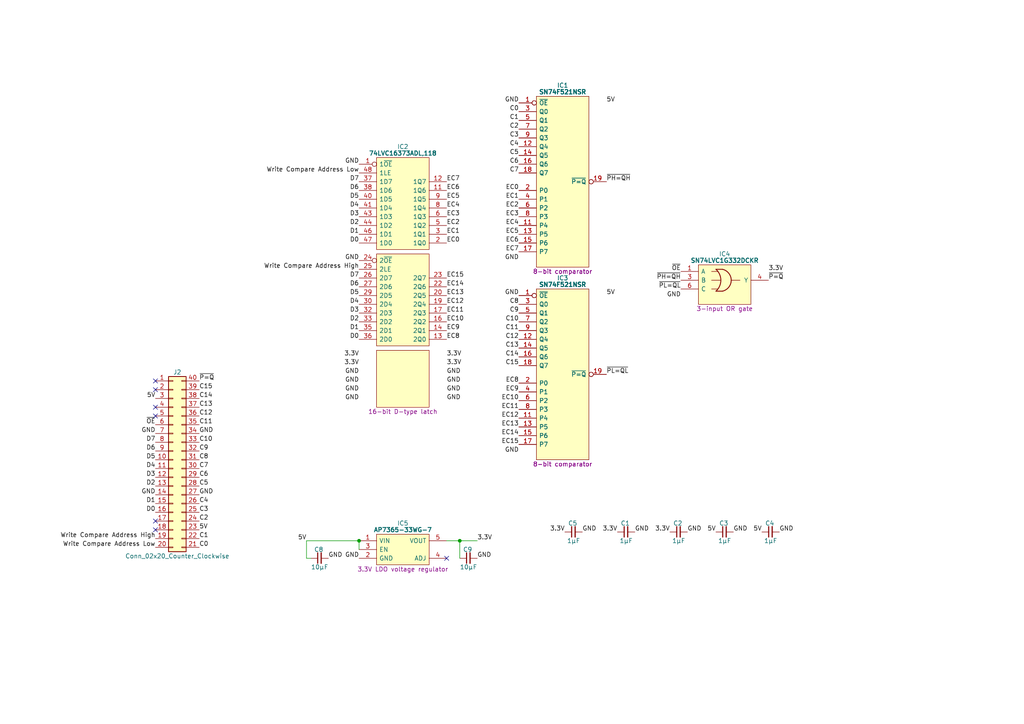
<source format=kicad_sch>
(kicad_sch (version 20230121) (generator eeschema)
  (paper "A4")
  (title_block (title "24bit Counter with 8bit data IO") (date "2023-10-07") (rev "V0"))
  (lib_symbols
    (symbol "Connector_Generic:Conn_02x20_Counter_Clockwise" (pin_names (offset 1.016) hide)
      (property "Reference" "J" (at 1.27 25.4 0))
      (property "Value" "Conn_02x20_Counter_Clockwise" (at 1.27 -27.94 0))
      (symbol "Conn_02x20_Counter_Clockwise_1_1"
        (rectangle (start -1.27 -25.273) (end 0 -25.527) (stroke (width 0.1524)))
        (rectangle (start -1.27 -22.733) (end 0 -22.987) (stroke (width 0.1524)))
        (rectangle (start -1.27 -20.193) (end 0 -20.447) (stroke (width 0.1524)))
        (rectangle (start -1.27 -17.653) (end 0 -17.907) (stroke (width 0.1524)))
        (rectangle (start -1.27 -15.113) (end 0 -15.367) (stroke (width 0.1524)))
        (rectangle (start -1.27 -12.573) (end 0 -12.827) (stroke (width 0.1524)))
        (rectangle (start -1.27 -10.033) (end 0 -10.287) (stroke (width 0.1524)))
        (rectangle (start -1.27 -7.493) (end 0 -7.747) (stroke (width 0.1524)))
        (rectangle (start -1.27 -4.953) (end 0 -5.207) (stroke (width 0.1524)))
        (rectangle (start -1.27 -2.413) (end 0 -2.667) (stroke (width 0.1524)))
        (rectangle (start -1.27 0.127) (end 0 -0.127) (stroke (width 0.1524)))
        (rectangle (start -1.27 2.667) (end 0 2.413) (stroke (width 0.1524)))
        (rectangle (start -1.27 5.207) (end 0 4.953) (stroke (width 0.1524)))
        (rectangle (start -1.27 7.747) (end 0 7.493) (stroke (width 0.1524)))
        (rectangle (start -1.27 10.287) (end 0 10.033) (stroke (width 0.1524)))
        (rectangle (start -1.27 12.827) (end 0 12.573) (stroke (width 0.1524)))
        (rectangle (start -1.27 15.367) (end 0 15.113) (stroke (width 0.1524)))
        (rectangle (start -1.27 17.907) (end 0 17.653) (stroke (width 0.1524)))
        (rectangle (start -1.27 20.447) (end 0 20.193) (stroke (width 0.1524)))
        (rectangle (start -1.27 22.987) (end 0 22.733) (stroke (width 0.1524)))
        (rectangle (start -1.27 24.13) (end 3.81 -26.67) (stroke (width 0.254)) (fill (type background)))
        (rectangle (start 3.81 -25.273) (end 2.54 -25.527) (stroke (width 0.1524)))
        (rectangle (start 3.81 -22.733) (end 2.54 -22.987) (stroke (width 0.1524)))
        (rectangle (start 3.81 -20.193) (end 2.54 -20.447) (stroke (width 0.1524)))
        (rectangle (start 3.81 -17.653) (end 2.54 -17.907) (stroke (width 0.1524)))
        (rectangle (start 3.81 -15.113) (end 2.54 -15.367) (stroke (width 0.1524)))
        (rectangle (start 3.81 -12.573) (end 2.54 -12.827) (stroke (width 0.1524)))
        (rectangle (start 3.81 -10.033) (end 2.54 -10.287) (stroke (width 0.1524)))
        (rectangle (start 3.81 -7.493) (end 2.54 -7.747) (stroke (width 0.1524)))
        (rectangle (start 3.81 -4.953) (end 2.54 -5.207) (stroke (width 0.1524)))
        (rectangle (start 3.81 -2.413) (end 2.54 -2.667) (stroke (width 0.1524)))
        (rectangle (start 3.81 0.127) (end 2.54 -0.127) (stroke (width 0.1524)))
        (rectangle (start 3.81 2.667) (end 2.54 2.413) (stroke (width 0.1524)))
        (rectangle (start 3.81 5.207) (end 2.54 4.953) (stroke (width 0.1524)))
        (rectangle (start 3.81 7.747) (end 2.54 7.493) (stroke (width 0.1524)))
        (rectangle (start 3.81 10.287) (end 2.54 10.033) (stroke (width 0.1524)))
        (rectangle (start 3.81 12.827) (end 2.54 12.573) (stroke (width 0.1524)))
        (rectangle (start 3.81 15.367) (end 2.54 15.113) (stroke (width 0.1524)))
        (rectangle (start 3.81 17.907) (end 2.54 17.653) (stroke (width 0.1524)))
        (rectangle (start 3.81 20.447) (end 2.54 20.193) (stroke (width 0.1524)))
        (rectangle (start 3.81 22.987) (end 2.54 22.733) (stroke (width 0.1524)))
        (pin passive line (at -5.08 22.86 0) (length 3.81) (name "Pin_1") (number "1"))
        (pin passive line (at -5.08 0 0) (length 3.81) (name "Pin_10") (number "10"))
        (pin passive line (at -5.08 -2.54 0) (length 3.81) (name "Pin_11") (number "11"))
        (pin passive line (at -5.08 -5.08 0) (length 3.81) (name "Pin_12") (number "12"))
        (pin passive line (at -5.08 -7.62 0) (length 3.81) (name "Pin_13") (number "13"))
        (pin passive line (at -5.08 -10.16 0) (length 3.81) (name "Pin_14") (number "14"))
        (pin passive line (at -5.08 -12.7 0) (length 3.81) (name "Pin_15") (number "15"))
        (pin passive line (at -5.08 -15.24 0) (length 3.81) (name "Pin_16") (number "16"))
        (pin passive line (at -5.08 -17.78 0) (length 3.81) (name "Pin_17") (number "17"))
        (pin passive line (at -5.08 -20.32 0) (length 3.81) (name "Pin_18") (number "18"))
        (pin passive line (at -5.08 -22.86 0) (length 3.81) (name "Pin_19") (number "19"))
        (pin passive line (at -5.08 20.32 0) (length 3.81) (name "Pin_2") (number "2"))
        (pin passive line (at -5.08 -25.4 0) (length 3.81) (name "Pin_20") (number "20"))
        (pin passive line (at 7.62 -25.4 180) (length 3.81) (name "Pin_21") (number "21"))
        (pin passive line (at 7.62 -22.86 180) (length 3.81) (name "Pin_22") (number "22"))
        (pin passive line (at 7.62 -20.32 180) (length 3.81) (name "Pin_23") (number "23"))
        (pin passive line (at 7.62 -17.78 180) (length 3.81) (name "Pin_24") (number "24"))
        (pin passive line (at 7.62 -15.24 180) (length 3.81) (name "Pin_25") (number "25"))
        (pin passive line (at 7.62 -12.7 180) (length 3.81) (name "Pin_26") (number "26"))
        (pin passive line (at 7.62 -10.16 180) (length 3.81) (name "Pin_27") (number "27"))
        (pin passive line (at 7.62 -7.62 180) (length 3.81) (name "Pin_28") (number "28"))
        (pin passive line (at 7.62 -5.08 180) (length 3.81) (name "Pin_29") (number "29"))
        (pin passive line (at -5.08 17.78 0) (length 3.81) (name "Pin_3") (number "3"))
        (pin passive line (at 7.62 -2.54 180) (length 3.81) (name "Pin_30") (number "30"))
        (pin passive line (at 7.62 0 180) (length 3.81) (name "Pin_31") (number "31"))
        (pin passive line (at 7.62 2.54 180) (length 3.81) (name "Pin_32") (number "32"))
        (pin passive line (at 7.62 5.08 180) (length 3.81) (name "Pin_33") (number "33"))
        (pin passive line (at 7.62 7.62 180) (length 3.81) (name "Pin_34") (number "34"))
        (pin passive line (at 7.62 10.16 180) (length 3.81) (name "Pin_35") (number "35"))
        (pin passive line (at 7.62 12.7 180) (length 3.81) (name "Pin_36") (number "36"))
        (pin passive line (at 7.62 15.24 180) (length 3.81) (name "Pin_37") (number "37"))
        (pin passive line (at 7.62 17.78 180) (length 3.81) (name "Pin_38") (number "38"))
        (pin passive line (at 7.62 20.32 180) (length 3.81) (name "Pin_39") (number "39"))
        (pin passive line (at -5.08 15.24 0) (length 3.81) (name "Pin_4") (number "4"))
        (pin passive line (at 7.62 22.86 180) (length 3.81) (name "Pin_40") (number "40"))
        (pin passive line (at -5.08 12.7 0) (length 3.81) (name "Pin_5") (number "5"))
        (pin passive line (at -5.08 10.16 0) (length 3.81) (name "Pin_6") (number "6"))
        (pin passive line (at -5.08 7.62 0) (length 3.81) (name "Pin_7") (number "7"))
        (pin passive line (at -5.08 5.08 0) (length 3.81) (name "Pin_8") (number "8"))
        (pin passive line (at -5.08 2.54 0) (length 3.81) (name "Pin_9") (number "9"))
      )
    )
    (symbol "Diodes_Inc:AP7365-33WG-7" (pin_names (offset 0.762))
      (property "Reference" "IC" (at 12.7 5.08 0))
      (property "Value" "AP7365-33WG-7" (at 12.7 3.175 0))
      (property "Description" "3.3V LDO voltage regulator" (at 12.7 -8.255 0))
      (symbol "AP7365-33WG-7_0_0"
        (pin passive line (at 0 0 0) (length 5.08) (name "VIN") (number "1"))
        (pin passive line (at 0 -5.08 0) (length 5.08) (name "GND") (number "2"))
        (pin input line (at 0 -2.54 0) (length 5.08) (name "EN") (number "3"))
        (pin passive line (at 25.4 -5.08 180) (length 5.08) (name "ADJ") (number "4"))
        (pin passive line (at 25.4 0 180) (length 5.08) (name "VOUT") (number "5"))
      )
      (symbol "AP7365-33WG-7_0_1"
        (polyline (pts (xy 5.08 1.905) (xy 20.32 1.905) (xy 20.32 -6.985) (xy 5.08 -6.985) (xy 5.08 1.905)) (fill (type background)))
      )
    )
    (symbol "HCP65:C_0805" (pin_numbers hide) (pin_names (offset 0.254) hide)
      (property "Reference" "C" (at 2.286 2.54 0))
      (property "Value" "?μF" (at 2.54 -2.54 0))
      (symbol "C_0805_0_1"
        (polyline (pts (xy 1.9685 -1.4605) (xy 1.9685 1.5875)) (stroke (width 0.3048)))
        (polyline (pts (xy 2.9845 -1.4605) (xy 2.9845 1.5875)) (stroke (width 0.3302)))
      )
      (symbol "C_0805_1_1"
        (pin passive line (at 0 0 0) (length 2.032) (name "~") (number "1"))
        (pin passive line (at 5.08 0 180) (length 2.032) (name "~") (number "2"))
      )
    )
    (symbol "Nexperia:74LVC16373ADL,118" (pin_names (offset 0.762))
      (property "Reference" "IC" (at 12.7 5.08 0))
      (property "Value" "74LVC16373ADL,118" (at 12.7 3.175 0))
      (property "Description" "16-bit D-type latch" (at 12.7 -71.755 0))
      (symbol "74LVC16373ADL,118_0_0"
        (pin input inverted (at 0 0 0) (length 5.08) (name "1~{OE}") (number "1"))
        (pin tri_state line (at 25.4 -7.62 180) (length 5.08) (name "1Q6") (number "11"))
        (pin tri_state line (at 25.4 -5.08 180) (length 5.08) (name "1Q7") (number "12"))
        (pin tri_state line (at 25.4 -50.8 180) (length 5.08) (name "2Q0") (number "13"))
        (pin tri_state line (at 25.4 -48.26 180) (length 5.08) (name "2Q1") (number "14"))
        (pin tri_state line (at 25.4 -45.72 180) (length 5.08) (name "2Q2") (number "16"))
        (pin tri_state line (at 25.4 -43.18 180) (length 5.08) (name "2Q3") (number "17"))
        (pin tri_state line (at 25.4 -40.64 180) (length 5.08) (name "2Q4") (number "19"))
        (pin tri_state line (at 25.4 -22.86 180) (length 5.08) (name "1Q0") (number "2"))
        (pin tri_state line (at 25.4 -38.1 180) (length 5.08) (name "2Q5") (number "20"))
        (pin tri_state line (at 25.4 -35.56 180) (length 5.08) (name "2Q6") (number "22"))
        (pin tri_state line (at 25.4 -33.02 180) (length 5.08) (name "2Q7") (number "23"))
        (pin input inverted (at 0 -27.94 0) (length 5.08) (name "2~{OE}") (number "24"))
        (pin input line (at 0 -30.48 0) (length 5.08) (name "2LE") (number "25"))
        (pin input line (at 0 -33.02 0) (length 5.08) (name "2D7") (number "26"))
        (pin input line (at 0 -35.56 0) (length 5.08) (name "2D6") (number "27"))
        (pin input line (at 0 -38.1 0) (length 5.08) (name "2D5") (number "29"))
        (pin tri_state line (at 25.4 -20.32 180) (length 5.08) (name "1Q1") (number "3"))
        (pin input line (at 0 -40.64 0) (length 5.08) (name "2D4") (number "30"))
        (pin input line (at 0 -43.18 0) (length 5.08) (name "2D3") (number "32"))
        (pin input line (at 0 -45.72 0) (length 5.08) (name "2D2") (number "33"))
        (pin input line (at 0 -48.26 0) (length 5.08) (name "2D1") (number "35"))
        (pin input line (at 0 -50.8 0) (length 5.08) (name "2D0") (number "36"))
        (pin input line (at 0 -5.08 0) (length 5.08) (name "1D7") (number "37"))
        (pin input line (at 0 -10.16 0) (length 5.08) (name "1D5") (number "40"))
        (pin input line (at 0 -12.7 0) (length 5.08) (name "1D4") (number "41"))
        (pin input line (at 0 -15.24 0) (length 5.08) (name "1D3") (number "43"))
        (pin input line (at 0 -17.78 0) (length 5.08) (name "1D2") (number "44"))
        (pin input line (at 0 -20.32 0) (length 5.08) (name "1D1") (number "46"))
        (pin input line (at 0 -22.86 0) (length 5.08) (name "1D0") (number "47"))
        (pin input line (at 0 -2.54 0) (length 5.08) (name "1LE") (number "48"))
        (pin tri_state line (at 25.4 -17.78 180) (length 5.08) (name "1Q2") (number "5"))
        (pin tri_state line (at 25.4 -15.24 180) (length 5.08) (name "1Q3") (number "6"))
        (pin tri_state line (at 25.4 -12.7 180) (length 5.08) (name "1Q4") (number "8"))
        (pin tri_state line (at 25.4 -10.16 180) (length 5.08) (name "1Q5") (number "9"))
      )
      (symbol "74LVC16373ADL,118_0_1"
        (polyline (pts (xy 5.08 -53.975) (xy 20.32 -53.975) (xy 20.32 -70.485) (xy 5.08 -70.485) (xy 5.08 -53.975)) (stroke (width 0.1524)) (fill (type background)))
        (polyline (pts (xy 5.08 -26.035) (xy 20.32 -26.035) (xy 20.32 -52.705) (xy 5.08 -52.705) (xy 5.08 -26.035)) (stroke (width 0.1524)) (fill (type background)))
        (polyline (pts (xy 5.08 1.905) (xy 20.32 1.905) (xy 20.32 -24.765) (xy 5.08 -24.765) (xy 5.08 1.905)) (stroke (width 0.1524)) (fill (type background)))
      )
      (symbol "74LVC16373ADL,118_1_0"
        (pin passive line (at 0 -63.5 0) (length 5.08) hide (name "GND") (number "10"))
        (pin passive line (at 0 -66.04 0) (length 5.08) hide (name "GND") (number "15"))
        (pin passive line (at 0 -58.42 0) (length 5.08) hide (name "3V") (number "18"))
        (pin passive line (at 0 -68.58 0) (length 5.08) hide (name "GND") (number "21"))
        (pin passive line (at 25.4 -68.58 180) (length 5.08) hide (name "GND") (number "28"))
        (pin passive line (at 25.4 -58.42 180) (length 5.08) hide (name "3V") (number "31"))
        (pin passive line (at 25.4 -66.04 180) (length 5.08) hide (name "GND") (number "34"))
        (pin input line (at 0 -7.62 0) (length 5.08) (name "1D6") (number "38"))
        (pin passive line (at 25.4 -63.5 180) (length 5.08) hide (name "GND") (number "39"))
        (pin passive line (at 0 -60.96 0) (length 5.08) hide (name "GND") (number "4"))
        (pin passive line (at 25.4 -55.88 180) (length 5.08) hide (name "3V") (number "42"))
        (pin passive line (at 25.4 -60.96 180) (length 5.08) hide (name "GND") (number "45"))
        (pin passive line (at 0 -55.88 0) (length 5.08) hide (name "3V") (number "7"))
      )
    )
    (symbol "Texas_Instruments:SN74F521NSR" (pin_names (offset 0.762))
      (property "Reference" "IC" (at 12.7 5.08 0))
      (property "Value" "SN74F521NSR" (at 12.7 3.175 0))
      (property "Description" "8-bit comparator" (at 12.7 -48.895 0))
      (symbol "SN74F521NSR_0_0"
        (pin input inverted (at 0 0 0) (length 5.08) (name "~{OE}") (number "1"))
        (pin input line (at 0 -35.56 0) (length 5.08) (name "P4") (number "11"))
        (pin input line (at 0 -12.7 0) (length 5.08) (name "Q4") (number "12"))
        (pin input line (at 0 -38.1 0) (length 5.08) (name "P5") (number "13"))
        (pin input line (at 0 -15.24 0) (length 5.08) (name "Q5") (number "14"))
        (pin input line (at 0 -40.64 0) (length 5.08) (name "P6") (number "15"))
        (pin input line (at 0 -17.78 0) (length 5.08) (name "Q6") (number "16"))
        (pin input line (at 0 -43.18 0) (length 5.08) (name "P7") (number "17"))
        (pin input line (at 0 -20.32 0) (length 5.08) (name "Q7") (number "18"))
        (pin output inverted (at 25.4 -22.86 180) (length 5.08) (name "~{P=Q}") (number "19"))
        (pin input line (at 0 -25.4 0) (length 5.08) (name "P0") (number "2"))
        (pin input line (at 0 -2.54 0) (length 5.08) (name "Q0") (number "3"))
        (pin input line (at 0 -27.94 0) (length 5.08) (name "P1") (number "4"))
        (pin input line (at 0 -5.08 0) (length 5.08) (name "Q1") (number "5"))
        (pin input line (at 0 -30.48 0) (length 5.08) (name "P2") (number "6"))
        (pin input line (at 0 -7.62 0) (length 5.08) (name "Q2") (number "7"))
        (pin input line (at 0 -33.02 0) (length 5.08) (name "P3") (number "8"))
        (pin input line (at 0 -10.16 0) (length 5.08) (name "Q3") (number "9"))
      )
      (symbol "SN74F521NSR_0_1"
        (polyline (pts (xy 5.08 1.905) (xy 20.32 1.905) (xy 20.32 -47.625) (xy 5.08 -47.625) (xy 5.08 1.905)) (stroke (width 0.1524)) (fill (type background)))
      )
      (symbol "SN74F521NSR_1_0"
        (pin passive line (at 0 -45.72 0) (length 5.08) hide (name "GND") (number "10"))
        (pin passive line (at 25.4 0 180) (length 5.08) hide (name "5V") (number "20"))
      )
    )
    (symbol "Texas_Instruments:SN74LVC1G332DCKR" (pin_names (offset 0.762))
      (property "Reference" "IC" (at 12.7 5.08 0))
      (property "Value" "SN74LVC1G332DCKR" (at 12.7 3.175 0))
      (property "Description" "3-input OR gate" (at 12.7 -10.795 0))
      (symbol "SN74LVC1G332DCKR_0_0"
        (pin input line (at 0 0 0) (length 5.08) (name "A") (number "1"))
        (pin passive line (at 0 -7.62 0) (length 5.08) hide (name "GND") (number "2"))
        (pin input line (at 0 -2.54 0) (length 5.08) (name "B") (number "3"))
        (pin input line (at 25.4 -2.54 180) (length 5.08) (name "Y") (number "4"))
        (pin passive line (at 25.4 0 180) (length 5.08) hide (name "3V") (number "5"))
        (pin input line (at 0 -5.08 0) (length 5.08) (name "C") (number "6"))
      )
      (symbol "SN74LVC1G332DCKR_0_1"
        (polyline (pts (xy 8.89 -5.08) (xy 10.795 -5.08)))
        (polyline (pts (xy 8.89 -2.54) (xy 11.43 -2.54)))
        (polyline (pts (xy 8.89 0) (xy 10.795 0)))
        (polyline (pts (xy 12.065 -5.715) (xy 10.16 -5.715)) (stroke (width 0.254)) (fill (type background)))
        (polyline (pts (xy 12.065 0.635) (xy 10.16 0.635)) (stroke (width 0.254)) (fill (type background)))
        (polyline (pts (xy 14.605 -2.54) (xy 17.145 -2.54)))
        (polyline (pts (xy 5.08 1.905) (xy 20.32 1.905) (xy 20.32 -9.525) (xy 5.08 -9.525) (xy 5.08 1.905)) (stroke (width 0.1524)) (fill (type background)))
        (arc (start 10.16 -5.715) (mid 11.5867 -2.54) (end 10.16 0.635) (stroke (width 0.254)))
        (arc (start 12.065 -5.715) (mid 13.881 -4.5643) (end 14.605 -2.54) (stroke (width 0.254)))
        (arc (start 14.605 -2.54) (mid 13.8822 -0.5148) (end 12.065 0.635) (stroke (width 0.254)))
      )
    )
  )
  (junction (at 104.14 156.845))
  (junction (at 133.35 156.845))
  (no_connect (at 45.085 110.49))
  (no_connect (at 45.085 153.67))
  (no_connect (at 129.54 161.925))
  (no_connect (at 45.085 118.11))
  (no_connect (at 45.085 151.13))
  (no_connect (at 45.085 113.03))
  (no_connect (at 45.085 120.65))
  (wire (pts (xy 133.35 161.925) (xy 133.35 156.845)))
  (wire (pts (xy 88.9 156.845) (xy 104.14 156.845)))
  (wire (pts (xy 104.14 156.845) (xy 104.14 159.385)))
  (wire (pts (xy 129.54 156.845) (xy 133.35 156.845)))
  (wire (pts (xy 88.9 156.845) (xy 88.9 161.925)))
  (wire (pts (xy 88.9 161.925) (xy 90.17 161.925)))
  (wire (pts (xy 133.35 156.845) (xy 138.43 156.845)))
  (label "EC9" (at 129.54 95.885 0))
  (label "C2" (at 150.495 37.465 180))
  (label "EC2" (at 150.495 60.325 180))
  (label "EC5" (at 150.495 67.945 180))
  (label "EC11" (at 129.54 90.805 0))
  (label "EC12" (at 150.495 121.285 180))
  (label "C12" (at 57.785 120.65 0))
  (label "EC12" (at 129.54 88.265 0))
  (label "D0" (at 104.14 70.485 180))
  (label "GND" (at 150.495 75.565 180))
  (label "C10" (at 57.785 128.27 0))
  (label "C14" (at 150.495 103.505 180))
  (label "C2" (at 57.785 151.13 0))
  (label "EC10" (at 150.495 116.205 180))
  (label "D7" (at 104.14 52.705 180))
  (label "D7" (at 45.085 128.27 180))
  (label "C3" (at 150.495 40.005 180))
  (label "C4" (at 150.495 42.545 180))
  (label "C6" (at 150.495 47.625 180))
  (label "GND" (at 138.43 161.925 0))
  (label "EC14" (at 150.495 126.365 180))
  (label "EC3" (at 129.54 62.865 0))
  (label "EC5" (at 129.54 57.785 0))
  (label "~{P=Q}" (at 57.785 110.49 0))
  (label "GND" (at 129.54 116.205 0))
  (label "3.3V" (at 179.07 154.305 180))
  (label "C13" (at 150.495 100.965 180))
  (label "GND" (at 168.91 154.305 0))
  (label "C9" (at 150.495 90.805 180))
  (label "GND" (at 104.14 113.665 180))
  (label "3.3V" (at 104.14 106.045 180))
  (label "GND" (at 197.485 86.36 180))
  (label "EC6" (at 150.495 70.485 180))
  (label "C3" (at 57.785 148.59 0))
  (label "D1" (at 104.14 67.945 180))
  (label "5V" (at 220.98 154.305 180))
  (label "D1" (at 104.14 95.885 180))
  (label "D2" (at 104.14 65.405 180))
  (label "D3" (at 104.14 90.805 180))
  (label "~{PH=QH}" (at 175.895 52.705 0))
  (label "C15" (at 150.495 106.045 180))
  (label "D7" (at 104.14 80.645 180))
  (label "GND" (at 129.54 113.665 0))
  (label "D1" (at 45.085 146.05 180))
  (label "GND" (at 95.25 161.925 0))
  (label "5V" (at 88.9 156.845 180))
  (label "~{P=Q}" (at 222.885 81.28 0))
  (label "EC4" (at 129.54 60.325 0))
  (label "EC3" (at 150.495 62.865 180))
  (label "EC7" (at 129.54 52.705 0))
  (label "GND" (at 104.14 116.205 180))
  (label "Write Compare Address Low" (at 45.085 158.75 180))
  (label "EC15" (at 150.495 128.905 180))
  (label "~{PH=QH}" (at 197.485 81.28 180))
  (label "EC14" (at 129.54 83.185 0))
  (label "EC6" (at 129.54 55.245 0))
  (label "D0" (at 45.085 148.59 180))
  (label "EC0" (at 129.54 70.485 0))
  (label "GND" (at 212.725 154.305 0))
  (label "D2" (at 104.14 93.345 180))
  (label "Write Compare Address Low" (at 104.14 50.165 180))
  (label "~{OE}" (at 45.085 123.19 180))
  (label "D2" (at 45.085 140.97 180))
  (label "GND" (at 104.14 161.925 180))
  (label "EC13" (at 129.54 85.725 0))
  (label "C1" (at 57.785 156.21 0))
  (label "~{PL=QL}" (at 175.895 108.585 0))
  (label "GND" (at 57.785 143.51 0))
  (label "3.3V" (at 222.885 78.74 0))
  (label "D0" (at 104.14 98.425 180))
  (label "GND" (at 150.495 85.725 180))
  (label "5V" (at 45.085 115.57 180))
  (label "C10" (at 150.495 93.345 180))
  (label "GND" (at 150.495 29.845 180))
  (label "C0" (at 150.495 32.385 180))
  (label "C14" (at 57.785 115.57 0))
  (label "D3" (at 104.14 62.865 180))
  (label "GND" (at 150.495 131.445 180))
  (label "3.3V" (at 104.14 103.505 180))
  (label "EC11" (at 150.495 118.745 180))
  (label "3.3V" (at 194.31 154.305 180))
  (label "D3" (at 45.085 138.43 180))
  (label "C5" (at 57.785 140.97 0))
  (label "GND" (at 57.785 125.73 0))
  (label "EC7" (at 150.495 73.025 180))
  (label "~{OE}" (at 197.485 78.74 180))
  (label "C8" (at 57.785 133.35 0))
  (label "GND" (at 104.14 47.625 180))
  (label "C9" (at 57.785 130.81 0))
  (label "C4" (at 57.785 146.05 0))
  (label "EC0" (at 150.495 55.245 180))
  (label "GND" (at 129.54 111.125 0))
  (label "EC13" (at 150.495 123.825 180))
  (label "D4" (at 104.14 60.325 180))
  (label "3.3V" (at 129.54 103.505 0))
  (label "GND" (at 199.39 154.305 0))
  (label "C7" (at 150.495 50.165 180))
  (label "EC1" (at 150.495 57.785 180))
  (label "GND" (at 129.54 108.585 0))
  (label "5V" (at 175.895 29.845 0))
  (label "GND" (at 45.085 143.51 180))
  (label "~{PL=QL}" (at 197.485 83.82 180))
  (label "EC15" (at 129.54 80.645 0))
  (label "C6" (at 57.785 138.43 0))
  (label "EC8" (at 129.54 98.425 0))
  (label "GND" (at 226.06 154.305 0))
  (label "EC8" (at 150.495 111.125 180))
  (label "3.3V" (at 138.43 156.845 0))
  (label "D6" (at 45.085 130.81 180))
  (label "C11" (at 150.495 95.885 180))
  (label "GND" (at 104.14 111.125 180))
  (label "Write Compare Address High" (at 45.085 156.21 180))
  (label "D6" (at 104.14 55.245 180))
  (label "GND" (at 45.085 125.73 180))
  (label "C8" (at 150.495 88.265 180))
  (label "D4" (at 104.14 88.265 180))
  (label "5V" (at 57.785 153.67 0))
  (label "5V" (at 175.895 85.725 0))
  (label "EC4" (at 150.495 65.405 180))
  (label "C7" (at 57.785 135.89 0))
  (label "3.3V" (at 129.54 106.045 0))
  (label "C0" (at 57.785 158.75 0))
  (label "GND" (at 104.14 75.565 180))
  (label "C11" (at 57.785 123.19 0))
  (label "Write Compare Address High" (at 104.14 78.105 180))
  (label "D4" (at 45.085 135.89 180))
  (label "D6" (at 104.14 83.185 180))
  (label "EC9" (at 150.495 113.665 180))
  (label "EC2" (at 129.54 65.405 0))
  (label "GND" (at 184.15 154.305 0))
  (label "5V" (at 207.645 154.305 180))
  (label "C13" (at 57.785 118.11 0))
  (label "D5" (at 104.14 85.725 180))
  (label "C15" (at 57.785 113.03 0))
  (label "C1" (at 150.495 34.925 180))
  (label "D5" (at 104.14 57.785 180))
  (label "D5" (at 45.085 133.35 180))
  (label "3.3V" (at 163.83 154.305 180))
  (label "GND" (at 104.14 108.585 180))
  (label "EC10" (at 129.54 93.345 0))
  (label "C5" (at 150.495 45.085 180))
  (label "EC1" (at 129.54 67.945 0))
  (label "C12" (at 150.495 98.425 180))
  (symbol (lib_id "HCP65:C_0805") (at 194.31 154.305 0) (unit 1)
    (property "Reference" "C2" (at 196.596 151.765 0))
    (property "Value" "1μF" (at 196.85 156.845 0))
    (property "Footprint" "SamacSys_Parts:C_0805" (effects hide))
  )
  (symbol (lib_id "Texas_Instruments:SN74LVC1G332DCKR") (at 197.485 78.74 0) (unit 1)
    (property "Reference" "IC4" (at 210.185 73.66 0))
    (property "Value" "SN74LVC1G332DCKR" (at 210.185 75.565 0) (effects (font bold)))
    (property "Footprint" "SOT65P210X110-6N" (effects hide))
    (property "Datasheet" "http://www.ti.com/lit/gpn/sn74lvc1g332" (effects hide))
    (property "Description" "3-input OR gate" (at 210.185 89.535 0))
    (property "Height" "1.1" (effects hide))
    (property "Mouser Part Number" "595-SN74LVC1G332DCKR" (effects hide))
    (property "Mouser Price/Stock" "https://www.mouser.co.uk/ProductDetail/Texas-Instruments/SN74LVC1G332DCKR?qs=nqigI8dpoHJbC41czqKUfw%3D%3D" (effects hide))
    (property "Manufacturer_Name" "Texas Instruments" (effects hide))
    (property "Manufacturer_Part_Number" "SN74LVC1G332DCKR" (effects hide))
    (property "Silkscreen" "'1G332" (effects hide))
  )
  (symbol (lib_id "Texas_Instruments:SN74F521NSR") (at 150.495 85.725 0) (unit 1)
    (property "Reference" "IC3" (at 163.195 80.645 0))
    (property "Value" "SN74F521NSR" (at 163.195 82.55 0) (effects (font bold)))
    (property "Footprint" "SOIC127P780X200-20N" (effects hide))
    (property "Datasheet" "http://www.ti.com/lit/gpn/sn74f521" (effects hide))
    (property "Description" "8-bit comparator" (at 163.195 134.62 0))
    (property "Height" "2" (effects hide))
    (property "Mouser Part Number" "595-SN74F521NSR" (effects hide))
    (property "Mouser Price/Stock" "https://www.mouser.co.uk/ProductDetail/Texas-Instruments/SN74F521NSR?qs=mE33ZKBHyE6KJhInhzfN1g%3D%3D" (effects hide))
    (property "Manufacturer_Name" "Texas Instruments" (effects hide))
    (property "Manufacturer_Part_Number" "SN74F521NSR" (effects hide))
    (property "Silkscreen" "74F521" (effects hide))
  )
  (symbol (lib_id "HCP65:C_0805") (at 220.98 154.305 0) (unit 1)
    (property "Reference" "C4" (at 223.266 151.765 0))
    (property "Value" "1μF" (at 223.52 156.845 0))
    (property "Footprint" "SamacSys_Parts:C_0805" (effects hide))
  )
  (symbol (lib_id "HCP65:C_0805") (at 90.17 161.925 0) (unit 1)
    (property "Reference" "C8" (at 92.456 159.385 0))
    (property "Value" "10µF" (at 90.17 164.465 0) (effects (justify left)))
    (property "Footprint" "SamacSys_Parts:C_0805" (effects hide))
  )
  (symbol (lib_id "HCP65:C_0805") (at 207.645 154.305 0) (unit 1)
    (property "Reference" "C3" (at 209.931 151.765 0))
    (property "Value" "1μF" (at 210.185 156.845 0))
    (property "Footprint" "SamacSys_Parts:C_0805" (effects hide))
  )
  (symbol (lib_id "Nexperia:74LVC16373ADL,118") (at 104.14 47.625 0) (unit 1)
    (property "Reference" "IC2" (at 116.84 42.545 0))
    (property "Value" "74LVC16373ADL,118" (at 116.84 44.45 0) (effects (font bold)))
    (property "Footprint" "SOP64P1025X280-48N" (effects hide))
    (property "Datasheet" "https://componentsearchengine.com/Datasheets/1/74LVC16373ADL,118.pdf" (effects hide))
    (property "Description" "16-bit D-type latch" (at 116.84 119.38 0))
    (property "Height" "2.8" (effects hide))
    (property "Mouser Part Number" "771-LVC16373ADL118" (effects hide))
    (property "Mouser Price/Stock" "https://www.mouser.com/Search/Refine.aspx?Keyword=771-LVC16373ADL118" (effects hide))
    (property "Manufacturer_Name" "Nexperia" (effects hide))
    (property "Manufacturer_Part_Number" "74LVC16373ADL,118" (effects hide))
    (property "Silkscreen" "74LVC16373" (effects hide))
  )
  (symbol (lib_id "Diodes_Inc:AP7365-33WG-7") (at 104.14 156.845 0) (unit 1)
    (property "Reference" "IC5" (at 116.84 151.765 0))
    (property "Value" "AP7365-33WG-7" (at 116.84 153.67 0) (effects (font bold)))
    (property "Footprint" "SOT95P285X130-5N" (effects hide))
    (property "Datasheet" "https://componentsearchengine.com/Datasheets/1/AP7365-33WG-7.pdf" (effects hide))
    (property "Description" "3.3V LDO voltage regulator" (at 116.84 165.1 0))
    (property "Height" "1.3" (effects hide))
    (property "Manufacturer_Name" "Diodes Inc." (effects hide))
    (property "Manufacturer_Part_Number" "AP7365-33WG-7" (effects hide))
    (property "Mouser Part Number" "621-AP7365-33WG-7" (effects hide))
    (property "Mouser Price/Stock" "https://www.mouser.co.uk/ProductDetail/Diodes-Incorporated/AP7365-33WG-7?qs=abZ1nkZpTuOZFvxvoFPL0w%3D%3D" (effects hide))
    (property "Arrow Part Number" "AP7365-33WG-7" (effects hide))
    (property "Arrow Price/Stock" "https://www.arrow.com/en/products/ap7365-33wg-7/diodes-incorporated?region=nac" (effects hide))
    (property "Silkscreen" "AP7365" (effects hide))
  )
  (symbol (lib_id "HCP65:C_0805") (at 133.35 161.925 0) (unit 1)
    (property "Reference" "C9" (at 135.636 159.385 0))
    (property "Value" "10µF" (at 133.35 164.465 0) (effects (justify left)))
    (property "Footprint" "SamacSys_Parts:C_0805" (effects hide))
  )
  (symbol (lib_id "Texas_Instruments:SN74F521NSR") (at 150.495 29.845 0) (unit 1)
    (property "Reference" "IC1" (at 163.195 24.765 0))
    (property "Value" "SN74F521NSR" (at 163.195 26.67 0) (effects (font bold)))
    (property "Footprint" "SOIC127P780X200-20N" (effects hide))
    (property "Datasheet" "http://www.ti.com/lit/gpn/sn74f521" (effects hide))
    (property "Description" "8-bit comparator" (at 163.195 78.74 0))
    (property "Height" "2" (effects hide))
    (property "Mouser Part Number" "595-SN74F521NSR" (effects hide))
    (property "Mouser Price/Stock" "https://www.mouser.co.uk/ProductDetail/Texas-Instruments/SN74F521NSR?qs=mE33ZKBHyE6KJhInhzfN1g%3D%3D" (effects hide))
    (property "Manufacturer_Name" "Texas Instruments" (effects hide))
    (property "Manufacturer_Part_Number" "SN74F521NSR" (effects hide))
    (property "Silkscreen" "74F521" (effects hide))
  )
  (symbol (lib_id "Connector_Generic:Conn_02x20_Counter_Clockwise") (at 50.165 133.35 0) (unit 1)
    (property "Reference" "J2" (at 51.435 107.95 0))
    (property "Value" "Conn_02x20_Counter_Clockwise" (at 51.435 161.29 0))
    (property "Footprint" "SamacSys_Parts:DIP-40_Board_W15.24mm" (effects hide))
  )
  (symbol (lib_id "HCP65:C_0805") (at 179.07 154.305 0) (unit 1)
    (property "Reference" "C1" (at 181.356 151.765 0))
    (property "Value" "1μF" (at 181.61 156.845 0))
    (property "Footprint" "SamacSys_Parts:C_0805" (effects hide))
  )
  (symbol (lib_id "HCP65:C_0805") (at 163.83 154.305 0) (unit 1)
    (property "Reference" "C5" (at 166.116 151.765 0))
    (property "Value" "1μF" (at 166.37 156.845 0))
    (property "Footprint" "SamacSys_Parts:C_0805" (effects hide))
  )
)
</source>
